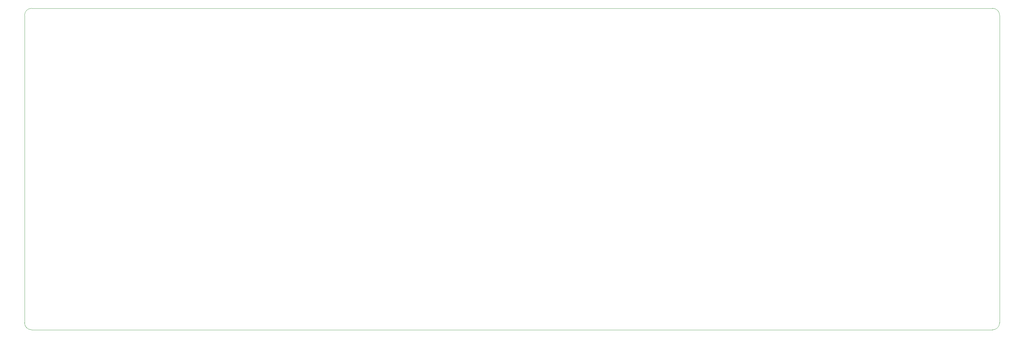
<source format=gbr>
G04 #@! TF.FileFunction,Profile,NP*
%FSLAX46Y46*%
G04 Gerber Fmt 4.6, Leading zero omitted, Abs format (unit mm)*
G04 Created by KiCad (PCBNEW (2015-02-28 BZR 5464)-product) date 5/23/2015 8:14:39 PM*
%MOMM*%
G01*
G04 APERTURE LIST*
%ADD10C,0.150000*%
%ADD11C,0.099060*%
G04 APERTURE END LIST*
D10*
D11*
X64325500Y-158908750D02*
X345249500Y-158908750D01*
X62293500Y-156876750D02*
G75*
G03X64325500Y-158908750I2032000J0D01*
G01*
X345249500Y-64928750D02*
X64325500Y-64928750D01*
X347281500Y-66960750D02*
G75*
G03X345249500Y-64928750I-2032000J0D01*
G01*
X347281500Y-156876750D02*
X347281500Y-66960750D01*
X345249500Y-158908750D02*
G75*
G03X347281500Y-156876750I0J2032000D01*
G01*
X62293500Y-66960750D02*
X62293500Y-156876750D01*
X64325500Y-64928750D02*
G75*
G03X62293500Y-66960750I0J-2032000D01*
G01*
M02*

</source>
